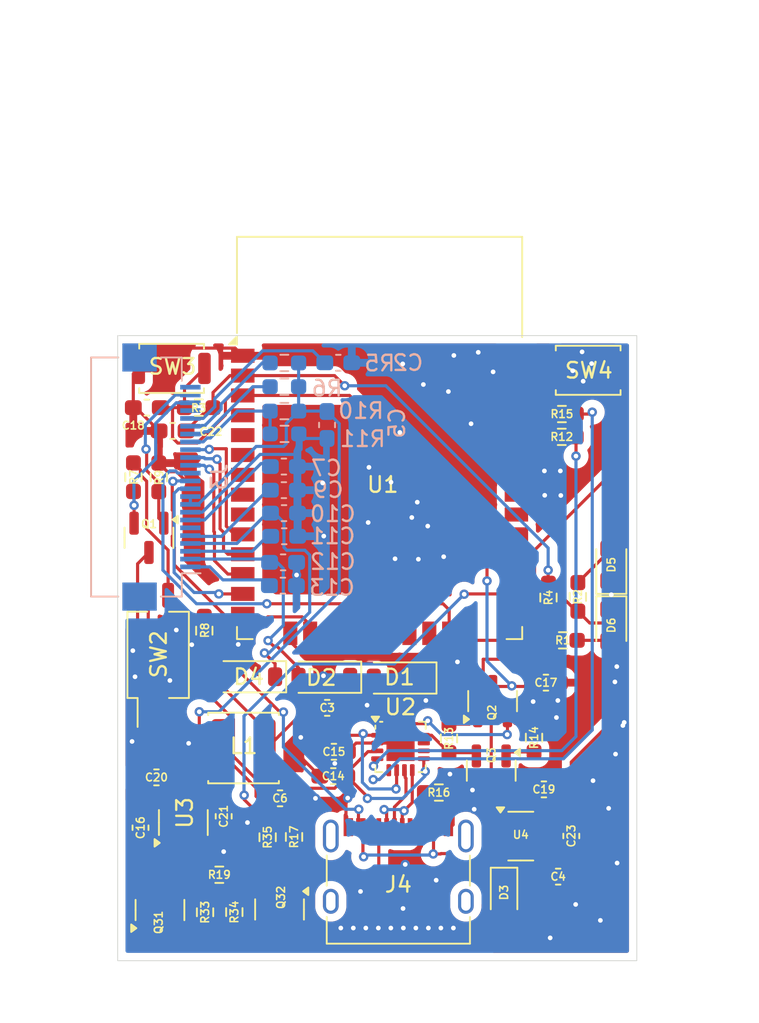
<source format=kicad_pcb>
(kicad_pcb (version 20241229) (generator "pcbnew") (generator_version "9.0")
  (layers (0 "F.Cu" signal) (2 "B.Cu" signal) (13 "F.Paste" user) (15 "B.Paste" user) (5 "F.SilkS" user "F.Silkscreen") (7 "B.SilkS" user "B.Silkscreen") (1 "F.Mask" user) (3 "B.Mask" user) (25 "Edge.Cuts" user))
  (net 0 "")
  (net 1 "GND")
  (net 2 "Net-(D1-A)")
  (net 3 "Net-(D4-A)")
  (net 4 "/VDD5V")
  (net 5 "/EPD 3.3V")
  (net 6 "/PREVGH")
  (net 7 "/PREVGL")
  (net 8 "/VDD_CH343")
  (net 9 "/3V3")
  (net 10 "/VDD5V'")
  (net 11 "/#EN")
  (net 12 "/IO0")
  (net 13 "Net-(U3-BP)")
  (net 14 "/VDD33")
  (net 15 "/VDDUSB")
  (net 16 "Net-(D5-A)")
  (net 17 "Net-(D6-A)")
  (net 18 "/IO14")
  (net 19 "/IO32")
  (net 20 "/IO26")
  (net 21 "/SVN")
  (net 22 "/IO12")
  (net 23 "/IO25")
  (net 24 "/SVP")
  (net 25 "/IO33")
  (net 26 "/IO27")
  (net 27 "/IO13")
  (net 28 "/IO35")
  (net 29 "/IO34")
  (net 30 "/RX")
  (net 31 "/IO4")
  (net 32 "/IO19")
  (net 33 "/IO23")
  (net 34 "/IO16")
  (net 35 "/TX")
  (net 36 "/IO5")
  (net 37 "/IO17")
  (net 38 "/IO21")
  (net 39 "/IO22")
  (net 40 "/IO18")
  (net 41 "/IO2")
  (net 42 "/IO15")
  (net 43 "/RESE")
  (net 44 "/BS")
  (net 45 "/GDR")
  (net 46 "/TSCL")
  (net 47 "/TSDA")
  (net 48 "/DM-C")
  (net 49 "/DP-C")
  (net 50 "Net-(Q2-B)")
  (net 51 "/RTS")
  (net 52 "/DTR")
  (net 53 "/RESE'")
  (net 54 "Net-(U2-TXD)")
  (net 55 "Net-(U2-RXD)")
  (net 69 "Net-(J3-Pin_5)")
  (net 70 "Net-(J3-Pin_18)")
  (net 71 "Net-(J3-Pin_20)")
  (net 72 "Net-(J3-Pin_22)")
  (net 73 "Net-(J3-Pin_24)")
  (net 78 "Net-(J4-CC1)")
  (net 79 "Net-(J4-CC2)")
  (net 82 "Net-(Q31-G)")
  (net 83 "Net-(Q3-B)")
  (net 84 "Net-(Q32-B)")
  (footprint "Resistor_SMD:R_0603_1608Metric_Pad0.98x0.95mm_HandSolder" (layer "F.Cu") (at 127.15 65.6)
    (property "Reference" "R19")
    (property "Value" "10K")
  )
  (footprint "Capacitor_SMD:C_0603_1608Metric_Pad1.08x0.95mm_HandSolder" (layer "F.Cu") (at 131.0325 60.71)
    (property "Reference" "C6")
    (property "Value" "4.7uF")
  )
  (footprint "Resistor_SMD:R_0603_1608Metric_Pad0.98x0.95mm_HandSolder" (layer "F.Cu") (at 128.11 67.99 -90)
    (property "Reference" "R34")
    (property "Value" "100K")
  )
  (footprint "Resistor_SMD:R_0603_1608Metric_Pad0.98x0.95mm_HandSolder" (layer "F.Cu") (at 126.19 49.98 -90)
    (property "Reference" "R8")
    (property "Value" "10K")
  )
  (footprint "Capacitor_SMD:C_0603_1608Metric_Pad1.08x0.95mm_HandSolder" (layer "F.Cu") (at 148.82 65.72 180)
    (property "Reference" "C4")
    (property "Value" "10uF")
  )
  (footprint "Capacitor_SMD:C_0603_1608Metric_Pad1.08x0.95mm_HandSolder" (layer "F.Cu") (at 122.11 62.59 -90)
    (property "Reference" "C16")
    (property "Value" "1UF")
  )
  (footprint "Package_TO_SOT_SMD:SOT-23" (layer "F.Cu") (at 122.65 44.04 -90)
    (property "Reference" "Q1")
    (property "Value" "BSS138LT1G")
  )
  (footprint "Capacitor_SMD:C_0603_1608Metric_Pad1.08x0.95mm_HandSolder" (layer "F.Cu") (at 124.16 37.2)
    (property "Reference" "C22")
    (property "Value" "47uF")
  )
  (footprint "Capacitor_SMD:C_0603_1608Metric_Pad1.08x0.95mm_HandSolder" (layer "F.Cu") (at 134.05 54.92 180)
    (property "Reference" "C3")
    (property "Value" "C_Small")
  )
  (footprint "Capacitor_SMD:C_0603_1608Metric_Pad1.08x0.95mm_HandSolder" (layer "F.Cu") (at 123.13 59.37)
    (property "Reference" "C20")
    (property "Value" "10uF")
  )
  (footprint "Package_TO_SOT_SMD:SOT-23" (layer "F.Cu") (at 131.0025 67.82 -90)
    (property "Reference" "Q32")
    (property "Value" "SS8050")
  )
  (footprint "Resistor_SMD:R_0603_1608Metric_Pad0.98x0.95mm_HandSolder" (layer "F.Cu") (at 123.28 40.17 90)
    (property "Reference" "R9")
    (property "Value" "10K")
  )
  (footprint "Resistor_SMD:R_0603_1608Metric_Pad0.98x0.95mm_HandSolder" (layer "F.Cu") (at 141.19 60.34 180)
    (property "Reference" "R16")
    (property "Value" "5.1K")
  )
  (footprint "RF_Module:ESP32-WROOM-32D" (layer "F.Cu") (at 137.4 40.64)
    (property "Reference" "U1")
    (property "Value" "ESP32-WROOM-32E")
  )
  (footprint "Capacitor_SMD:C_0603_1608Metric_Pad1.08x0.95mm_HandSolder" (layer "F.Cu") (at 134.44 59.29 180)
    (property "Reference" "C14")
    (property "Value" "10uF")
  )
  (footprint "Resistor_SMD:R_0603_1608Metric_Pad0.98x0.95mm_HandSolder" (layer "F.Cu") (at 150.08 47.82 90)
    (property "Reference" "R2")
    (property "Value" "2.2k")
  )
  (footprint "Resistor_SMD:R_0603_1608Metric_Pad0.98x0.95mm_HandSolder" (layer "F.Cu") (at 148.2 47.8625 -90)
    (property "Reference" "R4")
    (property "Value" "10K")
  )
  (footprint "Button_Switch_SMD:SW_DIP_SPSTx02_Slide_Copal_CHS-02B_W7.62mm_P1.27mm" (layer "F.Cu") (at 123.24 51.53 90)
    (property "Reference" "SW2")
    (property "Value" "SW_Push_Dual_x2")
  )
  (footprint "Diode_SMD:D_SOD-123" (layer "F.Cu") (at 133.8675 52.96 180)
    (property "Reference" "D2")
    (property "Value" "MBR0530")
  )
  (footprint "Package_TO_SOT_SMD:SOT-23-5" (layer "F.Cu") (at 124.85 62.26 90)
    (property "Reference" "U3")
    (property "Value" "RT9193-33")
  )
  (footprint "Capacitor_SMD:C_0603_1608Metric_Pad1.08x0.95mm_HandSolder" (layer "F.Cu") (at 149.66 63.12 90)
    (property "Reference" "C23")
    (property "Value" "10uF")
  )
  (footprint "Capacitor_SMD:C_0603_1608Metric_Pad1.08x0.95mm_HandSolder" (layer "F.Cu") (at 134.48 57.73)
    (property "Reference" "C15")
    (property "Value" "1uF")
  )
  (footprint "Button_Switch_SMD:SW_Push_SPST_NO_Alps_SKRK" (layer "F.Cu") (at 124.1 33.2 180)
    (property "Reference" "SW3")
    (property "Value" "SW_Push")
  )
  (footprint "Resistor_SMD:R_0603_1608Metric_Pad0.98x0.95mm_HandSolder" (layer "F.Cu") (at 131.93 63.18 -90)
    (property "Reference" "R17")
    (property "Value" "5.1K")
  )
  (footprint "Resistor_SMD:R_0603_1608Metric_Pad0.98x0.95mm_HandSolder" (layer "F.Cu") (at 149.12 50.6)
    (property "Reference" "R1")
    (property "Value" "1k")
  )
  (footprint "Package_DFN_QFN:WCH_QFN-16-1EP_3x3mm_P0.5mm_EP1.8x1.8mm" (layer "F.Cu") (at 138.74 57.4225)
    (property "Reference" "U2")
    (property "Value" "CH343P")
  )
  (footprint "Diode_SMD:D_SOD-123" (layer "F.Cu") (at 138.68 53.01 180)
    (property "Reference" "D1")
    (property "Value" "MBR0530")
  )
  (footprint "Resistor_SMD:R_0603_1608Metric_Pad0.98x0.95mm_HandSolder" (layer "F.Cu") (at 149.06 36.12 180)
    (property "Reference" "R15")
    (property "Value" "0R")
  )
  (footprint "Package_TO_SOT_SMD:SOT-23" (layer "F.Cu") (at 144.54 58.9375 -90)
    (property "Reference" "Q3")
    (property "Value" "SS8050")
  )
  (footprint "Package_TO_SOT_SMD:SOT-23" (layer "F.Cu") (at 144.6275 54.49 90)
    (property "Reference" "Q2")
    (property "Value" "SS8050")
  )
  (footprint "Capacitor_SMD:C_0603_1608Metric_Pad1.08x0.95mm_HandSolder" (layer "F.Cu") (at 148.0375 53.3075)
    (property "Reference" "C17")
    (property "Value" "4.7uf")
  )
  (footprint "Capacitor_SMD:C_0603_1608Metric_Pad1.08x0.95mm_HandSolder" (layer "F.Cu") (at 122.5125 35.71)
    (property "Reference" "C18")
    (property "Value" "104")
  )
  (footprint "Diode_SMD:D_SOD-123" (layer "F.Cu") (at 129.0675 52.93 180)
    (property "Reference" "D4")
    (property "Value" "MBR0530")
  )
  (footprint "Capacitor_SMD:C_0603_1608Metric_Pad1.08x0.95mm_HandSolder" (layer "F.Cu") (at 127.43 61.86 90)
    (property "Reference" "C21")
    (property "Value" "22nF")
  )
  (footprint "Resistor_SMD:R_0603_1608Metric_Pad0.98x0.95mm_HandSolder" (layer "F.Cu") (at 126.24 68 -90)
    (property "Reference" "R33")
    (property "Value" "100K")
  )
  (footprint "Resistor_SMD:R_0603_1608Metric_Pad0.98x0.95mm_HandSolder" (layer "F.Cu") (at 149.05 37.58 180)
    (property "Reference" "R12")
    (property "Value" "0R")
  )
  (footprint "Resistor_SMD:R_0603_1608Metric_Pad0.98x0.95mm_HandSolder" (layer "F.Cu") (at 141.8375 56.8775 -90)
    (property "Reference" "R13")
    (property "Value" "10K")
  )
  (footprint "LED_SMD:LED_0805_2012Metric_Pad1.15x1.40mm_HandSolder" (layer "F.Cu") (at 152.22 49.64 -90)
    (property "Reference" "D6")
    (property "Value" "LED")
  )
  (footprint "Package_TO_SOT_SMD:SOT-23-5" (layer "F.Cu") (at 146.43 63.1275)
    (property "Reference" "U4")
    (property "Value" "ME6217C33M5G")
  )
  (footprint "Inductor_SMD:L_Changjiang_FNR4020S" (layer "F.Cu") (at 128.7 57.49)
    (property "Reference" "L1")
    (property "Value" "10uH")
  )
  (footprint "Resistor_SMD:R_0603_1608Metric_Pad0.98x0.95mm_HandSolder" (layer "F.Cu") (at 130.24 63.2 90)
    (property "Reference" "R35")
    (property "Value" "NC")
  )
  (footprint "Connector_USB:USB_C_Receptacle_XKB_U262-16XN-4BVC11" (layer "F.Cu") (at 138.6 66.225)
    (property "Reference" "J4")
    (property "Value" "USB_C_Receptacle_USB2.0_16P")
  )
  (footprint "LED_SMD:LED_0805_2012Metric_Pad1.15x1.40mm_HandSolder" (layer "F.Cu") (at 152.22 45.7675 90)
    (property "Reference" "D5")
    (property "Value" "LED")
  )
  (footprint "Resistor_SMD:R_0603_1608Metric_Pad0.98x0.95mm_HandSolder" (layer "F.Cu") (at 147.2775 56.8275 90)
    (property "Reference" "R14")
    (property "Value" "10K")
  )
  (footprint "Capacitor_SMD:C_0603_1608Metric_Pad1.08x0.95mm_HandSolder" (layer "F.Cu") (at 147.9075 60.1375)
    (property "Reference" "C19")
    (property "Value" "4.7uF")
  )
  (footprint "Button_Switch_SMD:SW_Push_SPST_NO_Alps_SKRK" (layer "F.Cu") (at 150.74 33.32 180)
    (property "Reference" "SW4")
    (property "Value" "SW_Push")
  )
  (footprint "Diode_SMD:D_SOD-323" (layer "F.Cu") (at 145.36 66.76 -90)
    (property "Reference" "D3")
    (property "Value" "1N5819WS")
  )
  (footprint "Resistor_SMD:R_0603_1608Metric_Pad0.98x0.95mm_HandSolder" (layer "F.Cu") (at 121.66 40.16 90)
    (property "Reference" "R7")
    (property "Value" "0.47R")
  )
  (footprint "Resistor_SMD:R_0603_1608Metric_Pad0.98x0.95mm_HandSolder" (layer "F.Cu") (at 125.8375 35.71 180)
    (property "Reference" "R3")
    (property "Value" "10K")
  )
  (footprint "Package_TO_SOT_SMD:SOT-23" (layer "F.Cu") (at 123.355 67.8575 90)
    (property "Reference" "Q31")
    (property "Value" "SI2301CDS-T1-E3")
  )
  (footprint "Resistor_SMD:R_0603_1608Metric_Pad0.98x0.95mm_HandSolder" (layer "B.Cu") (at 131.31 32.85)
    (property "Reference" "R5")
    (property "Value" "10K")
  )
  (footprint "Capacitor_SMD:C_0603_1608Metric_Pad1.08x0.95mm_HandSolder" (layer "B.Cu") (at 131.28 40.99 180)
    (property "Reference" "C9")
    (property "Value" "1UF")
  )
  (footprint "Capacitor_SMD:C_0603_1608Metric_Pad1.08x0.95mm_HandSolder" (layer "B.Cu") (at 131.29 42.46 180)
    (property "Reference" "C10")
    (property "Value" "1UF")
  )
  (footprint "Capacitor_SMD:C_0603_1608Metric_Pad1.08x0.95mm_HandSolder" (layer "B.Cu") (at 131.28 39.48 180)
    (property "Reference" "C7")
    (property "Value" "1UF")
  )
  (footprint "Capacitor_SMD:C_0603_1608Metric_Pad1.08x0.95mm_HandSolder" (layer "B.Cu") (at 131.2175 47.1 180)
    (property "Reference" "C13")
    (property "Value" "1UF")
  )
  (footprint "Connector_FFC-FPC:Hirose_FH12-24S-0.5SH_1x24-1MP_P0.50mm_Horizontal" (layer "B.Cu") (at 123.45 40.15 90)
    (property "Reference" "J3")
    (property "Value" "Conn_01x24")
  )
  (footprint "Resistor_SMD:R_0603_1608Metric_Pad0.98x0.95mm_HandSolder" (layer "B.Cu") (at 131.31 34.37)
    (property "Reference" "R6")
    (property "Value" "10K")
  )
  (footprint "Resistor_SMD:R_0603_1608Metric_Pad0.98x0.95mm_HandSolder" (layer "B.Cu") (at 131.32 37.39 180)
    (property "Reference" "R11")
    (property "Value" "0r")
  )
  (footprint "Capacitor_SMD:C_0603_1608Metric_Pad1.08x0.95mm_HandSolder" (layer "B.Cu") (at 134.76 32.84 180)
    (property "Reference" "C2")
    (property "Value" "1UF")
  )
  (footprint "Capacitor_SMD:C_0603_1608Metric_Pad1.08x0.95mm_HandSolder" (layer "B.Cu") (at 131.3 43.94 180)
    (property "Reference" "C11")
    (property "Value" "1UF")
  )
  (footprint "Resistor_SMD:R_0603_1608Metric_Pad0.98x0.95mm_HandSolder" (layer "B.Cu") (at 131.31 35.93)
    (property "Reference" "R10")
    (property "Value" "NC")
  )
  (footprint "Capacitor_SMD:C_0603_1608Metric_Pad1.08x0.95mm_HandSolder" (layer "B.Cu") (at 134.04 36.82 90)
    (property "Reference" "C5")
    (property "Value" "1UF")
  )
  (footprint "Capacitor_SMD:C_0603_1608Metric_Pad1.08x0.95mm_HandSolder" (layer "B.Cu") (at 131.23 45.61 180)
    (property "Reference" "C12")
    (property "Value" "1UF")
  )
  (gr_rect (start 120.65 31.1) (end 153.85 71.1) (stroke (width 0.05)) (fill no) (layer "Edge.Cuts"))
  (segment (start 133.5775 59.29) (end 132.36 58.0725) (width 0.2) (layer "F.Cu") (net 1))
  (segment (start 124.85 62.166) (end 124.77 62.086) (width 0.2) (layer "F.Cu") (net 1))
  (segment (start 133.7825 59.29) (end 134.535385 58.537115) (width 0.2) (layer "F.Cu") (net 1))
  (segment (start 143.45 61.41) (end 147.030532 61.41) (width 0.2) (layer "F.Cu") (net 1))
  (segment (start 135.3425 57.73) (end 134.63 58.4425) (width 0.2) (layer "F.Cu") (net 1))
  (segment (start 147.59 32.39) (end 148.5 33.3) (width 0.2) (layer "F.Cu") (net 1))
  (segment (start 148.805 63.1275) (end 146.4 63.1275) (width 0.2) (layer "F.Cu") (net 1))
  (segment (start 123.8325 39.81) (end 124.414733 39.81) (width 0.2) (layer "F.Cu") (net 1))
  (segment (start 131.895 60.71) (end 133.3 60.71) (width 0.2) (layer "F.Cu") (net 1))
  (segment (start 135.345002 60.71) (end 135.361766 60.693236) (width 0.2) (layer "F.Cu") (net 1))
  (segment (start 147.030532 61.41) (end 147.135266 61.305266) (width 0.2) (layer "F.Cu") (net 1))
  (segment (start 125.36 40.755267) (end 125.36 42.41) (width 0.2) (layer "F.Cu") (net 1))
  (segment (start 152.22 47.68) (end 152.22 46.7925) (width 0.2) (layer "F.Cu") (net 1))
  (segment (start 147.8875 61.02) (end 147.420532 61.02) (width 0.2) (layer "F.Cu") (net 1))
  (segment (start 127.274 64.276) (end 127.43 64.12) (width 0.2) (layer "F.Cu") (net 1))
  (segment (start 135.9 57.1725) (end 135.3425 57.73) (width 0.2) (layer "F.Cu") (net 1))
  (segment (start 138.49 57.1725) (end 137.2525 57.1725) (width 0.2) (layer "F.Cu") (net 1))
  (segment (start 133.3 60.71) (end 135.345002 60.71) (width 0.2) (layer "F.Cu") (net 1))
  (segment (start 127.274 68.0665) (end 127.274 64.276) (width 0.2) (layer "F.Cu") (net 1))
  (segment (start 121.8075 35.71) (end 123.2975 37.2) (width 0.2) (layer "F.Cu") (net 1))
  (segment (start 131.895 60.71) (end 131.895 62.2325) (width 0.2) (layer "F.Cu") (net 1))
  (segment (start 142.1025 61.41) (end 142.1025 62.4025) (width 0.2) (layer "F.Cu") (net 1))
  (segment (start 142.1025 61.41) (end 143.45 61.41) (width 0.2) (layer "F.Cu") (net 1))
  (segment (start 122.4685 62.086) (end 124.77 62.086) (width 0.2) (layer "F.Cu") (net 1))
  (segment (start 122.11 61.7275) (end 122.4685 62.086) (width 0.2) (layer "F.Cu") (net 1))
  (segment (start 149.66 63.9825) (end 148.805 63.1275) (width 0.2) (layer "F.Cu") (net 1))
  (segment (start 122 33.2) (end 123.301 31.899) (width 0.2) (layer "F.Cu") (net 1))
  (segment (start 132.0925 46.42) (end 132.1425 46.37) (width 0.2) (layer "F.Cu") (net 1))
  (segment (start 147.420532 61.02) (end 147.135266 61.305266) (width 0.2) (layer "F.Cu") (net 1))
  (segment (start 132.0925 46.42) (end 132.1725 46.34) (width 0.2) (layer "F.Cu") (net 1))
  (segment (start 123.301 31.899) (end 128.159 31.899) (width 0.2) (layer "F.Cu") (net 1))
  (segment (start 122.11 61.7275) (end 122.11 59.5275) (width 0.2) (layer "F.Cu") (net 1))
  (segment (start 123.28 39.2575) (end 123.8325 39.81) (width 0.2) (layer "F.Cu") (net 1))
  (segment (start 134.63 58.4425) (end 134.571105 58.4425) (width 0.2) (layer "F.Cu") (net 1))
  (segment (start 152.22 48.615) (end 152.22 47.68) (width 0.2) (layer "F.Cu") (net 1))
  (segment (start 128.11 68.825) (end 130.0525 66.8825) (width 0.2) (layer "F.Cu") (net 1))
  (segment (start 124.77 62.086) (end 126.7935 62.086) (width 0.2) (layer "F.Cu") (net 1))
  (segment (start 121.65 33.55) (end 122 33.2) (width 0.2) (layer "F.Cu") (net 1))
  (segment (start 130.8735 63.324) (end 131.93 62.2675) (width 0.2) (layer "F.Cu") (net 1))
  (segment (start 134.535385 58.537115) (end 134.535385 58.47822) (width 0.2) (layer "F.Cu") (net 1))
  (segment (start 148.77 60.1375) (end 147.8875 61.02) (width 0.2) (layer "F.Cu") (net 1))
  (segment (start 126.7935 62.086) (end 127.43 62.7225) (width 0.2) (layer "F.Cu") (net 1))
  (segment (start 132.36 58.0725) (end 132.36 56.81) (width 0.2) (layer "F.Cu") (net 1))
  (segment (start 128.159 31.899) (end 128.65 32.39) (width 0.2) (layer "F.Cu") (net 1))
  (segment (start 137.2525 57.1725) (end 135.9 57.1725) (width 0.2) (layer "F.Cu") (net 1))
  (segment (start 128.11 68.9025) (end 127.274 68.0665) (width 0.2) (layer "F.Cu") (net 1))
  (segment (start 123.28 39.2575) (end 123.28 37.2175) (width 0.2) (layer "F.Cu") (net 1))
  (segment (start 128.0315 63.324) (end 130.8735 63.324) (width 0.2) (layer "F.Cu") (net 1))
  (segment (start 142.1025 60.34) (end 142.1025 61.41) (width 0.2) (layer "F.Cu") (net 1))
  (segment (start 146.4 62.040532) (end 146.4 63.1275) (width 0.2) (layer "F.Cu") (net 1))
  (segment (start 146.15 32.39) (end 147.59 32.39) (width 0.2) (layer "F.Cu") (net 1))
  (segment (start 127.43 62.7225) (end 128.0315 63.324) (width 0.2) (layer "F.Cu") (net 1))
  (segment (start 133.067 52.059) (end 139.379 52.059) (width 0.2) (layer "F.Cu") (net 1))
  (segment (start 149.66 63.9825) (end 149.66 65.6975) (width 0.2) (layer "F.Cu") (net 1))
  (segment (start 124.85 63.3975) (end 124.85 62.166) (width 0.2) (layer "F.Cu") (net 1))
  (segment (start 126.47 50.88) (end 125.39 50.88) (width 0.2) (layer "F.Cu") (net 1))
  (segment (start 134.571105 58.4425) (end 134.535385 58.47822) (width 0.2) (layer "F.Cu") (net 1))
  (segment (start 131.69 50.682) (end 133.067 52.059) (width 0.2) (layer "F.Cu") (net 1))
  (segment (start 147.135266 61.305266) (end 146.4 62.040532) (width 0.2) (layer "F.Cu") (net 1))
  (segment (start 135.25 60.805002) (end 135.361766 60.693236) (width 0.2) (layer "F.Cu") (net 1))
  (segment (start 146.4 63.1275) (end 145.2925 63.1275) (width 0.2) (layer "F.Cu") (net 1))
  (segment (start 142.1025 62.4025) (end 141.95 62.555) (width 0.2) (layer "F.Cu") (net 1))
  (segment (start 139.379 52.059) (end 140.33 53.01) (width 0.2) (layer "F.Cu") (net 1))
  (segment (start 135.25 62.555) (end 135.25 60.805002) (width 0.2) (layer "F.Cu") (net 1))
  (segment (start 121.65 35.71) (end 121.65 33.55) (width 0.2) (layer "F.Cu") (net 1))
  (segment (start 124.414733 39.81) (end 125.36 40.755267) (width 0.2) (layer "F.Cu") (net 1))
  (via (at 149.94 67.5) (size 0.6) (drill 0.3) (layers "F.Cu" "B.Cu") (net 1))
  (via (at 133.76 40.53) (size 0.6) (drill 0.3) (layers "F.Cu" "B.Cu") (net 1))
  (via (at 136.72 39.53) (size 0.6) (drill 0.3) (layers "F.Cu" "B.Cu") (net 1))
  (via (at 142.38 51.98) (size 0.6) (drill 0.3) (layers "F.Cu" "B.Cu") (net 1))
  (via (at 143.25 36.74) (size 0.6) (drill 0.3) (layers "F.Cu" "B.Cu") (net 1))
  (via (at 138.12 69.01) (size 0.6) (drill 0.3) (layers "F.Cu" "B.Cu") (net 1))
  (via (at 150.42 34.02) (size 0.6) (drill 0.3) (layers "F.Cu" "B.Cu") (net 1))
  (via (at 140.2 34.23) (size 0.6) (drill 0.3) (layers "F.Cu" "B.Cu") (net 1))
  (via (at 136.52 69.01) (size 0.6) (drill 0.3) (layers "F.Cu" "B.Cu") (net 1))
  (via (at 143.45 61.41) (size 0.6) (drill 0.3) (layers "F.Cu" "B.Cu") (net 1))
  (via (at 138.13 40.48) (size 0.6) (drill 0.3) (layers "F.Cu" "B.Cu") (net 1))
  (via (at 136.18 66.67) (size 0.6) (drill 0.3) (layers "F.Cu" "B.Cu") (net 1))
  (via (at 141.02 65.95) (size 0.6) (drill 0.3) (layers "F.Cu" "B.Cu") (net 1))
  (via (at 140.52 69.01) (size 0.6) (drill 0.3) (layers "F.Cu" "B.Cu") (net 1))
  (via (at 142.12 69.01) (size 0.6) (drill 0.3) (layers "F.Cu" "B.Cu") (net 1))
  (via (at 153.043558 55.853558) (size 0.6) (drill 0.3) (layers "F.Cu" "B.Cu") (net 1))
  (via (at 125.19 57.19) (size 0.6) (drill 0.3) (layers "F.Cu" "B.Cu") (net 1))
  (via (at 134.535385 58.47822) (size 0.6) (drill 0.3) (layers "F.Cu" "B.Cu") (net 1))
  (via (at 152.57 52.28) (size 0.6) (drill 0.3) (layers "F.Cu" "B.Cu") (net 1))
  (via (at 134.92 69.01) (size 0.6) (drill 0.3) (layers "F.Cu" "B.Cu") (net 1))
  (via (at 139.81 41.76) (size 0.6) (drill 0.3) (layers "F.Cu" "B.Cu") (net 1))
  (via (at 152.22 47.68) (size 0.6) (drill 0.3) (layers "F.Cu" "B.Cu") (net 1))
  (via (at 128.36 50.86) (size 0.6) (drill 0.3) (layers "F.Cu" "B.Cu") (net 1))
  (via (at 125.39 50.88) (size 0.6) (drill 0.3) (layers "F.Cu" "B.Cu") (net 1))
  (via (at 143.71 32.17) (size 0.6) (drill 0.3) (layers "F.Cu" "B.Cu") (net 1))
  (via (at 151.05 59.58) (size 0.6) (drill 0.3) (layers "F.Cu" "B.Cu") (net 1))
  (via (at 133.81 52.87) (size 0.6) (drill 0.3) (layers "F.Cu" "B.Cu") (net 1))
  (via (at 147.22 54.52) (size 0.6) (drill 0.3) (layers "F.Cu" "B.Cu") (net 1))
  (via (at 135.72 69.01) (size 0.6) (drill 0.3) (layers "F.Cu" "B.Cu") (net 1))
  (via (at 135.361766 60.693236) (size 0.6) (drill 0.3) (layers "F.Cu" "B.Cu") (net 1))
  (via (at 147.96 41.32) (size 0.6) (drill 0.3) (layers "F.Cu" "B.Cu") (net 1))
  (via (at 123.99 53.17) (size 0.6) (drill 0.3) (layers "F.Cu" "B.Cu") (net 1))
  (via (at 132.0925 46.42) (size 0.6) (drill 0.3) (layers "F.Cu" "B.Cu") (net 1))
  (via (at 147.94 39.76) (size 0.6) (drill 0.3) (layers "F.Cu" "B.Cu") (net 1))
  (via (at 152.96 56.05) (size 0.6) (drill 0.3) (layers "F.Cu" "B.Cu") (net 1))
  (via (at 140.48 43.29) (size 0.6) (drill 0.3) (layers "F.Cu" "B.Cu") (net 1))
  (via (at 132.36 56.81) (size 0.6) (drill 0.3) (layers "F.Cu" "B.Cu") (net 1))
  (via (at 144.66 33.42) (size 0.6) (drill 0.3) (layers "F.Cu" "B.Cu") (net 1))
  (via (at 138.9 67.76) (size 0.6) (drill 0.3) (layers "F.Cu" "B.Cu") (net 1))
  (via (at 121.62 51.26) (size 0.6) (drill 0.3) (layers "F.Cu" "B.Cu") (net 1))
  (via (at 148.71 55.54) (size 0.6) (drill 0.3) (layers "F.Cu" "B.Cu") (net 1))
  (via (at 148.96 39.76) (size 0.6) (drill 0.3) (layers "F.Cu" "B.Cu") (net 1))
  (via (at 137.32 69.01) (size 0.6) (drill 0.3) (layers "F.Cu" "B.Cu") (net 1))
  (via (at 128.95 62.26) (size 0.6) (drill 0.3) (layers "F.Cu" "B.Cu") (net 1))
  (via (at 127.43 64.12) (size 0.6) (drill 0.3) (layers "F.Cu" "B.Cu") (net 1))
  (via (at 136.6 54.75) (size 0.6) (drill 0.3) (layers "F.Cu" "B.Cu") (net 1))
  (via (at 141.5 45.25) (size 0.6) (drill 0.3) (layers "F.Cu" "B.Cu") (net 1))
  (via (at 124.4 49.94) (size 0.6) (drill 0.3) (layers "F.Cu" "B.Cu") (net 1))
  (via (at 141.8 34.68) (size 0.6) (drill 0.3) (layers "F.Cu" "B.Cu") (net 1))
  (via (at 143.34 60.18) (size 0.6) (drill 0.3) (layers "F.Cu" "B.Cu") (net 1))
  (via (at 121.57 57.07) (size 0.6) (drill 0.3) (layers "F.Cu" "B.Cu") (net 1))
  (via (at 150.96 32.89) (size 0.6) (drill 0.3) (layers "F.Cu" "B.Cu") (net 1))
  (via (at 138.88 32.91) (size 0.6) (drill 0.3) (layers "F.Cu" "B.Cu") (net 1))
  (via (at 148.99 41.33) (size 0.6) (drill 0.3) (layers "F.Cu" "B.Cu") (net 1))
  (via (at 139.88 45.41) (size 0.6) (drill 0.3) (layers "F.Cu" "B.Cu") (net 1))
  (via (at 141.9 59.16) (size 0.6) (drill 0.3) (layers "F.Cu" "B.Cu") (net 1))
  (via (at 138.39 45.38) (size 0.6) (drill 0.3) (layers "F.Cu" "B.Cu") (net 1))
  (via (at 152.59 64.85) (size 0.6) (drill 0.3) (layers "F.Cu" "B.Cu") (net 1))
  (via (at 133.83 43.93) (size 0.6) (drill 0.3) (layers "F.Cu" "B.Cu") (net 1))
  (via (at 148.8 54.45) (size 0.6) (drill 0.3) (layers "F.Cu" "B.Cu") (net 1))
  (via (at 138.694265 37.295735) (size 0.6) (drill 0.3) (layers "F.Cu" "B.Cu") (net 1))
  (via (at 139.46 42.74) (size 0.6) (drill 0.3) (layers "F.Cu" "B.Cu") (net 1))
  (via (at 148.31 69.64) (size 0.6) (drill 0.3) (layers "F.Cu" "B.Cu") (net 1))
  (via (at 152.05 61.35) (size 0.6) (drill 0.3) (layers "F.Cu" "B.Cu") (net 1))
  (via (at 152.45 53.26) (size 0.6) (drill 0.3) (layers "F.Cu" "B.Cu") (net 1))
  (via (at 142.15 32.37) (size 0.6) (drill 0.3) (layers "F.Cu" "B.Cu") (net 1))
  (via (at 150.35 32.14) (size 0.6) (drill 0.3) (layers "F.Cu" "B.Cu") (net 1))
  (via (at 121.76 52.93) (size 0.6) (drill 0.3) (layers "F.Cu" "B.Cu") (net 1))
  (via (at 141.32 69.01) (size 0.6) (drill 0.3) (layers "F.Cu" "B.Cu") (net 1))
  (via (at 139.72 69.01) (size 0.6) (drill 0.3) (layers "F.Cu" "B.Cu") (net 1))
  (via (at 140.36 54.45) (size 0.6) (drill 0.3) (layers "F.Cu" "B.Cu") (net 1))
  (via (at 149.75 33.35) (size 0.6) (drill 0.3) (layers "F.Cu" "B.Cu") (net 1))
  (via (at 136.67 43.06) (size 0.6) (drill 0.3) (layers "F.Cu" "B.Cu") (net 1))
  (via (at 151.52 68.52) (size 0.6) (drill 0.3) (layers "F.Cu" "B.Cu") (net 1))
  (via (at 133.3 60.71) (size 0.6) (drill 0.3) (layers "F.Cu" "B.Cu") (net 1))
  (via (at 152.49 57.88) (size 0.6) (drill 0.3) (layers "F.Cu" "B.Cu") (net 1))
  (via (at 139.04 64.94) (size 0.6) (drill 0.3) (layers "F.Cu" "B.Cu") (net 1))
  (via (at 138.92 69.01) (size 0.6) (drill 0.3) (layers "F.Cu" "B.Cu") (net 1))
  (segment (start 131.9585 38.704) (end 129.756 38.704) (width 0.2) (layer "B.Cu") (net 1))
  (segment (start 132.0925 46.42) (end 132.0925 47.0875) (width 0.2) (layer "B.Cu") (net 1))
  (segment (start 132.0925 45.61) (end 132.0925 46.42) (width 0.2) (layer "B.Cu") (net 1))
  (segment (start 132.1725 43.71) (end 132.1725 38.49) (width 0.2) (layer "B.Cu") (net 1))
  (segment (start 132.1725 38.49) (end 132.1725 37.67) (width 0.2) (layer "B.Cu") (net 1))
  (segment (start 126.06 42.4) (end 125.3 42.4) (width 0.2) (layer "B.Cu") (net 1))
  (segment (start 129.756 38.704) (end 126.06 42.4) (width 0.2) (layer "B.Cu") (net 1))
  (segment (start 134.04 37.6825) (end 132.285 37.6825) (width 0.2) (layer "B.Cu") (net 1))
  (segment (start 132.1725 38.49) (end 131.9585 38.704) (width 0.2) (layer "B.Cu") (net 1))
  (segment (start 132.2225 46.68) (end 132.1725 46.73) (width 0.2) (layer "B.Cu") (net 1))
  (segment (start 134.9125 54.92) (end 134.9125 53.565) (width 0.2) (layer "F.Cu") (net 2))
  (segment (start 135.5175 52.96) (end 136.98 52.96) (width 0.2) (layer "F.Cu") (net 2))
  (segment (start 134.9125 53.565) (end 135.5175 52.96) (width 0.2) (layer "F.Cu") (net 2))
  (segment (start 125.31 52.93) (end 127.4175 52.93) (width 0.2) (layer "F.Cu") (net 3))
  (segment (start 121.924 45.7035) (end 121.924 49.544) (width 0.2) (layer "F.Cu") (net 3))
  (segment (start 127.4175 53.631814) (end 129.704 55.918314) (width 0.2) (layer "F.Cu") (net 3))
  (segment (start 129.704 56.994) (end 130.2 57.49) (width 0.2) (layer "F.Cu") (net 3))
  (segment (start 122.65 44.9775) (end 121.924 45.7035) (width 0.2) (layer "F.Cu") (net 3))
  (segment (start 129.704 55.918314) (end 129.704 56.994) (width 0.2) (layer "F.Cu") (net 3))
  (segment (start 130.2 57.49) (end 132.77 54.92) (width 0.2) (layer "F.Cu") (net 3))
  (segment (start 121.924 49.544) (end 125.31 52.93) (width 0.2) (layer "F.Cu") (net 3))
  (segment (start 127.4175 52.93) (end 127.4175 53.631814) (width 0.2) (layer "F.Cu") (net 3))
  (segment (start 144.329 62.478501) (end 144.630001 62.1775) (width 0.2) (layer "F.Cu") (net 4))
  (segment (start 123.355 69.625) (end 123.355 66.92) (width 0.2) (layer "F.Cu") (net 4))
  (segment (start 144.630001 62.1775) (end 145.2925 62.1775) (width 0.2) (layer "F.Cu") (net 4))
  (segment (start 147.9575 66.195) (end 144.0525 70.1) (width 0.2) (layer "F.Cu") (net 4))
  (segment (start 145.2925 64.0775) (end 145.2925 65.6425) (width 0.2) (layer "F.Cu") (net 4))
  (segment (start 144.0525 70.1) (end 123.83 70.1) (width 0.2) (layer "F.Cu") (net 4))
  (segment (start 145.2925 64.0775) (end 144.630001 64.0775) (width 0.2) (layer "F.Cu") (net 4))
  (segment (start 126.24 67.0875) (end 123.5225 67.0875) (width 0.2) (layer "F.Cu") (net 4))
  (segment (start 147.9575 65.72) (end 145.37 65.72) (width 0.2) (layer "F.Cu") (net 4))
  (segment (start 123.83 70.1) (end 123.355 69.625) (width 0.2) (layer "F.Cu") (net 4))
  (segment (start 144.329 63.776499) (end 144.329 62.478501) (width 0.2) (layer "F.Cu") (net 4))
  (segment (start 126.2375 65.6) (end 126.2375 67.085) (width 0.2) (layer "F.Cu") (net 4))
  (segment (start 144.630001 64.0775) (end 144.329 63.776499) (width 0.2) (layer "F.Cu") (net 4))
  (segment (start 147.9575 65.72) (end 147.9575 66.195) (width 0.2) (layer "F.Cu") (net 4))
  (segment (start 129.6325 60.71) (end 129.499154 60.576654) (width 0.2) (layer "F.Cu") (net 5))
  (segment (start 127.652 57.942) (end 127.2 57.49) (width 0.2) (layer "F.Cu") (net 5))
  (segment (start 129.499154 60.041) (end 127.652 58.193845) (width 0.2) (layer "F.Cu") (net 5))
  (segment (start 127.2 57.49) (end 125.32 59.37) (width 0.2) (layer "F.Cu") (net 5))
  (segment (start 130.17 60.71) (end 129.6325 60.71) (width 0.2) (layer "F.Cu") (net 5))
  (segment (start 129.499154 60.576654) (end 129.499154 60.041) (width 0.2) (layer "F.Cu") (net 5))
  (segment (start 127.652 58.193845) (end 127.652 57.942) (width 0.2) (layer "F.Cu") (net 5))
  (segment (start 123.9 61.1225) (end 123.9 59.4625) (width 0.2) (layer "F.Cu") (net 5))
  (segment (start 125.87 56.16) (end 125.87 55.17) (width 0.2) (layer "F.Cu") (net 5))
  (segment (start 125.32 59.37) (end 123.9925 59.37) (width 0.2) (layer "F.Cu") (net 5))
  (segment (start 127.2 57.49) (end 125.87 56.16) (width 0.2) (layer "F.Cu") (net 5))
  (via (at 125.87 55.17) (size 0.6) (drill 0.3) (layers "F.Cu" "B.Cu") (net 5))
  (segment (start 132.2225 35.93) (end 134.0125 35.93) (width 0.2) (layer "B.Cu") (net 5))
  (segment (start 132.2225 32.85) (end 132.2225 35.93) (width 0.2) (layer "B.Cu") (net 5))
  (segment (start 134.816 47.484) (end 127.13 55.17) (width 0.2) (layer "B.Cu") (net 5))
  (segment (start 125.3 41.9) (end 125.3 41.4) (width 0.2) (layer "B.Cu") (net 5))
  (segment (start 134.816 36.7335) (end 134.816 47.484) (width 0.2) (layer "B.Cu") (net 5))
  (segment (start 125.8 41.9) (end 129.51 38.19) (width 0.2) (layer "B.Cu") (net 5))
  (segment (start 134.04 35.9575) (end 134.816 36.7335) (width 0.2) (layer "B.Cu") (net 5))
  (segment (start 129.51 38.19) (end 131.26 38.19) (width 0.2) (layer "B.Cu") (net 5))
  (segment (start 131.434 36.7185) (end 132.2225 35.93) (width 0.2) (layer "B.Cu") (net 5))
  (segment (start 127.13 55.17) (end 125.87 55.17) (width 0.2) (layer "B.Cu") (net 5))
  (segment (start 131.434 38.016) (end 131.434 36.7185) (width 0.2) (layer "B.Cu") (net 5))
  (segment (start 131.26 38.19) (end 131.434 38.016) (width 0.2) (layer "B.Cu") (net 5))
  (segment (start 130.685235 52.043114) (end 130.668357 52.043114) (width 0.2) (layer "F.Cu") (net 6))
  (segment (start 130.7175 52.93) (end 130.7175 52.092257) (width 0.2) (layer "F.Cu") (net 6))
  (segment (start 130.7175 52.092257) (end 130.038357 51.413114) (width 0.2) (layer "F.Cu") (net 6))
  (segment (start 130.668357 52.043114) (end 130.038357 51.413114) (width 0.2) (layer "F.Cu") (net 6))
  (via (at 130.038357 51.413114) (size 0.6) (drill 0.3) (layers "F.Cu" "B.Cu") (net 6))
  (segment (start 131.286 44.656) (end 131.464 44.834) (width 0.2) (layer "B.Cu") (net 6))
  (segment (start 128.2775 44.4) (end 130.4475 42.23) (width 0.2) (layer "B.Cu") (net 6))
  (segment (start 132.931 45.142866) (end 132.931 48.803314) (width 0.2) (layer "B.Cu") (net 6))
  (segment (start 132.931 48.803314) (end 130.3212 51.413114) (width 0.2) (layer "B.Cu") (net 6))
  (segment (start 125.3 44.4) (end 128.2775 44.4) (width 0.2) (layer "B.Cu") (net 6))
  (segment (start 130.4475 42.23) (end 131.286 43.0685) (width 0.2) (layer "B.Cu") (net 6))
  (segment (start 132.622134 44.834) (end 132.931 45.142866) (width 0.2) (layer "B.Cu") (net 6))
  (segment (start 131.286 43.0685) (end 131.286 44.656) (width 0.2) (layer "B.Cu") (net 6))
  (segment (start 131.464 44.834) (end 132.622134 44.834) (width 0.2) (layer "B.Cu") (net 6))
  (segment (start 130.3212 51.413114) (end 130.038357 51.413114) (width 0.2) (layer "B.Cu") (net 6))
  (segment (start 130.825523 50.968023) (end 130.617762 50.968023) (width 0.2) (layer "F.Cu") (net 7))
  (segment (start 130.617762 50.968023) (end 130.267762 50.618023) (width 0.2) (layer "F.Cu") (net 7))
  (segment (start 132.2175 52.96) (end 132.2175 52.36) (width 0.2) (layer "F.Cu") (net 7))
  (segment (start 132.2175 52.36) (end 130.825523 50.968023) (width 0.2) (layer "F.Cu") (net 7))
  (via (at 130.267762 50.618023) (size 0.6) (drill 0.3) (layers "F.Cu" "B.Cu") (net 7))
  (segment (start 131.2415 49.644285) (end 130.267762 50.618023) (width 0.2) (layer "B.Cu") (net 7))
  (segment (start 130.6375 45.4) (end 131.2415 46.004) (width 0.2) (layer "B.Cu") (net 7))
  (segment (start 131.2415 46.004) (end 131.2415 49.644285) (width 0.2) (layer "B.Cu") (net 7))
  (segment (start 125.3 45.4) (end 130.6375 45.4) (width 0.2) (layer "B.Cu") (net 7))
  (segment (start 140.299378 58.966234) (end 140.320189 58.987045) (width 0.2) (layer "F.Cu") (net 8))
  (segment (start 136.622329 60.609829) (end 135.3025 59.29) (width 0.2) (layer "F.Cu") (net 8))
  (segment (start 140.2275 58.1725) (end 140.2275 58.894356) (width 0.2) (layer "F.Cu") (net 8))
  (segment (start 140.25 58.92) (end 140.296234 58.966234) (width 0.2) (layer "F.Cu") (net 8))
  (segment (start 136.622329 60.717909) (end 136.622329 60.609829) (width 0.2) (layer "F.Cu") (net 8))
  (segment (start 136.630359 60.533649) (end 136.630359 60.709879) (width 0.2) (layer "F.Cu") (net 8))
  (segment (start 123.476358 54.239) (end 126.63516 54.239) (width 0.2) (layer "F.Cu") (net 8))
  (segment (start 140.2275 58.894356) (end 140.320189 58.987045) (width 0.2) (layer "F.Cu") (net 8))
  (segment (start 137.2035 57.7215) (end 136.782176 57.7215) (width 0.2) (layer "F.Cu") (net 8))
  (segment (start 129.66484 59.641) (end 132.259 59.641) (width 0.2) (layer "F.Cu") (net 8))
  (segment (start 128.052 55.65584) (end 128.052 58.02816) (width 0.2) (layer "F.Cu") (net 8))
  (segment (start 128.052 58.02816) (end 129.66484 59.641) (width 0.2) (layer "F.Cu") (net 8))
  (segment (start 122.605 55.110358) (end 123.476358 54.239) (width 0.2) (layer "F.Cu") (net 8))
  (segment (start 132.684 60.066) (end 134.5265 60.066) (width 0.2) (layer "F.Cu") (net 8))
  (segment (start 136.670885 60.638673) (end 136.622329 60.687229) (width 0.2) (layer "F.Cu") (net 8))
  (segment (start 136.622329 60.687229) (end 136.622329 60.717909) (width 0.2) (layer "F.Cu") (net 8))
  (segment (start 132.259 59.641) (end 132.684 60.066) (width 0.2) (layer "F.Cu") (net 8))
  (segment (start 136.630359 60.709879) (end 136.622329 60.717909) (width 0.2) (layer "F.Cu") (net 8))
  (segment (start 136.656634 57.7215) (end 135.3025 59.075634) (width 0.2) (layer "F.Cu") (net 8))
  (segment (start 126.63516 54.239) (end 128.052 55.65584) (width 0.2) (layer "F.Cu") (net 8))
  (segment (start 134.5265 60.066) (end 135.3025 59.29) (width 0.2) (layer "F.Cu") (net 8))
  (segment (start 137.2035 57.7215) (end 136.656634 57.7215) (width 0.2) (layer "F.Cu") (net 8))
  (segment (start 140.296234 58.966234) (end 140.299378 58.966234) (width 0.2) (layer "F.Cu") (net 8))
  (via (at 136.622329 60.717909) (size 0.6) (drill 0.3) (layers "F.Cu" "B.Cu") (net 8))
  (via (at 140.320189 58.987045) (size 0.6) (drill 0.3) (layers "F.Cu" "B.Cu") (net 8))
  (segment (start 140.299378 59.290622) (end 140.299378 58.966234) (width 0.2) (layer "B.Cu") (net 8))
  (segment (start 136.622329 60.717909) (end 138.872091 60.717909) (width 0.2) (layer "B.Cu") (net 8))
  (segment (start 138.872091 60.717909) (end 140.299378 59.290622) (width 0.2) (layer "B.Cu") (net 8))
  (segment (start 140.299378 58.966234) (end 140.320189 58.987045) (width 0.2) (layer "B.Cu") (net 8))
  (segment (start 136.317492 56.67625) (end 136.35977 56.633972) (width 0.2) (layer "F.Cu") (net 9))
  (segment (start 137.2525 56.6725) (end 136.448668 56.6725) (width 0.2) (layer "F.Cu") (net 9))
  (segment (start 138.4 59.9) (end 138.4 60.06) (width 0.2) (layer "F.Cu") (net 9))
  (segment (start 136.35977 56.595505) (end 136.348668 56.584403) (width 0.2) (layer "F.Cu") (net 9))
  (segment (start 138.4 60.06) (end 138.45 60.11) (width 0.2) (layer "F.Cu") (net 9))
  (segment (start 136.348668 56.584403) (end 136.348668 56.5725) (width 0.2) (layer "F.Cu") (net 9))
  (segment (start 133.86105 57.48645) (end 134.67125 56.67625) (width 0.2) (layer "F.Cu") (net 9))
  (segment (start 138.49 58.91) (end 138.49 59.81) (width 0.2) (layer "F.Cu") (net 9))
  (segment (start 138.49 59.81) (end 138.4 59.9) (width 0.2) (layer "F.Cu") (net 9))
  (segment (start 134.67125 56.67625) (end 136.317492 56.67625) (width 0.2) (layer "F.Cu") (net 9))
  (segment (start 136.448668 56.6725) (end 136.348668 56.5725) (width 0.2) (layer "F.Cu") (net 9))
  (segment (start 136.35977 56.633972) (end 136.35977 56.595505) (width 0.2) (layer "F.Cu") (net 9))
  (via (at 136.348668 56.5725) (size 0.6) (drill 0.3) (layers "F.Cu" "B.Cu") (net 9))
  (via (at 138.45 60.11) (size 0.6) (drill 0.3) (layers "F.Cu" "B.Cu") (net 9))
  (segment (start 136.723781 60.11) (end 136.3 59.686219) (width 0.2) (layer "B.Cu") (net 9))
  (segment (start 136.3 56.67) (end 136.3 59.686219) (width 0.2) (layer "B.Cu") (net 9))
  (segment (start 138.45 60.11) (end 136.723781 60.11) (width 0.2) (layer "B.Cu") (net 9))
  (segment (start 123.9 63.3975) (end 123.9 64.059999) (width 0.2) (layer "F.Cu") (net 10))
  (segment (start 123.9 64.059999) (end 124.201001 64.361) (width 0.2) (layer "F.Cu") (net 10))
  (segment (start 122.405 68.795) (end 122.405 63.7475) (width 0.2) (layer "F.Cu") (net 10))
  (segment (start 125.498999 64.361) (end 125.8 64.059999) (width 0.2) (layer "F.Cu") (net 10))
  (segment (start 124.201001 64.361) (end 125.498999 64.361) (width 0.2) (layer "F.Cu") (net 10))
  (segment (start 122.11 63.4525) (end 123.845 63.4525) (width 0.2) (layer "F.Cu") (net 10))
  (segment (start 125.8 64.059999) (end 125.8 63.3975) (width 0.2) (layer "F.Cu") (net 10))
  (segment (start 127.5385 35.242866) (end 127.5385 36.177134) (width 0.2) (layer "F.Cu") (net 11))
  (segment (start 135.48 34.93) (end 144.27 43.72) (width 0.2) (layer "F.Cu") (net 11))
  (segment (start 144.6275 53.5525) (end 146.93 53.5525) (width 0.2) (layer "F.Cu") (net 11))
  (segment (start 127.5385 36.177134) (end 125.739634 37.976) (width 0.2) (layer "F.Cu") (net 11))
  (segment (start 124.925 34.475) (end 126.2 33.2) (width 0.2) (layer "F.Cu") (net 11))
  (segment (start 125.739634 37.976) (end 124.492866 37.976) (width 0.2) (layer "F.Cu") (net 11))
  (segment (start 124.16 35.71) (end 123.375 35.71) (width 0.2) (layer "F.Cu") (net 11))
  (segment (start 127.851366 34.93) (end 127.5385 35.242866) (width 0.2) (layer "F.Cu") (net 11))
  (segment (start 128.65 34.93) (end 135.48 34.93) (width 0.2) (layer "F.Cu") (net 11))
  (segment (start 124.16 37.643134) (end 124.16 35.71) (width 0.2) (layer "F.Cu") (net 11))
  (segment (start 144.27 43.72) (end 144.27 46.8) (width 0.2) (layer "F.Cu") (net 11))
  (segment (start 128.65 34.93) (end 127.851366 34.93) (width 0.2) (layer "F.Cu") (net 11))
  (segment (start 124.925 35.71) (end 124.16 35.71) (width 0.2) (layer "F.Cu") (net 11))
  (segment (start 124.925 35.71) (end 124.925 34.475) (width 0.2) (layer "F.Cu") (net 11))
  (segment (start 124.492866 37.976) (end 124.16 37.643134) (width 0.2) (layer "F.Cu") (net 11))
  (via (at 144.27 46.8) (size 0.6) (drill 0.3) (layers "F.Cu" "B.Cu") (net 11))
  (via (at 145.855 53.515) (size 0.6) (drill 0.3) (layers "F.Cu" "B.Cu") (net 11))
  (segment (start 144.27 46.8) (end 144.27 51.93) (width 0.2) (layer "B.Cu") (net 11))
  (segment (start 144.27 51.93) (end 145.855 53.515) (width 0.2) (layer "B.Cu") (net 11))
  (segment (start 147.31 44.83) (end 152.7 39.44) (width 0.2) (layer "F.Cu") (net 12))
  (segment (start 147.31 48.775) (end 146.275 48.775) (width 0.2) (layer "F.Cu") (net 12))
  (segment (start 144.0265 51.81) (end 144.0265 54.330968) (width 0.2) (layer "F.Cu") (net 12))
  (segment (start 148.996 49.571) (end 148.996 51.067134) (width 0.2) (layer "F.Cu") (net 12))
  (segment (start 148.253134 51.81) (end 144.0265 51.81) (width 0.2) (layer "F.Cu") (net 12))
  (segment (start 144.8025 60.1375) (end 144.54 59.875) (width 0.2) (layer "F.Cu") (net 12))
  (segment (start 144.54 54.844468) (end 144.54 59.875) (width 0.2) (layer "F.Cu") (net 12))
  (segment (start 147.31 48.775) (end 147.31 44.83) (width 0.2) (layer "F.Cu") (net 12))
  (segment (start 148.2 48.775) (end 148.996 49.571) (width 0.2) (layer "F.Cu") (net 12))
  (segment (start 148.996 51.067134) (end 148.253134 51.81) (width 0.2) (layer "F.Cu") (net 12))
  (segment (start 144.0265 54.330968) (end 144.54 54.844468) (width 0.2) (layer "F.Cu") (net 12))
  (segment (start 148.2 48.775) (end 147.31 48.775) (width 0.2) (layer "F.Cu") (net 12))
  (segment (start 152.7 33.3) (end 152.7 39.44) (width 0.2) (layer "F.Cu") (net 12))
  (segment (start 147.045 60.1375) (end 144.8025 60.1375) (width 0.2) (layer "F.Cu") (net 12))
  (segment (start 125.8 61.1225) (end 127.305 61.1225) (width 0.2) (layer "F.Cu") (net 13))
  (segment (start 147.5675 62.1775) (end 149.58 62.1775) (width 0.2) (layer "F.Cu") (net 14))
  (segment (start 150.8385 49.491) (end 152.60716 49.491) (width 0.2) (layer "F.Cu") (net 14))
  (segment (start 150.08 48.7325) (end 150.8385 49.491) (width 0.2) (layer "F.Cu") (net 14))
  (segment (start 152.60716 49.491) (end 153.221 50.10484) (width 0.2) (layer "F.Cu") (net 14))
  (segment (start 128.65 33.66) (end 134.52 33.66) (width 0.2) (layer "F.Cu") (net 14))
  (segment (start 149.9825 48.7325) (end 148.2 46.95) (width 0.2) (layer "F.Cu") (net 14))
  (segment (start 126.75 34.74) (end 126.75 35.71) (width 0.2) (layer "F.Cu") (net 14))
  (segment (start 127.83 33.66) (end 126.75 34.74) (width 0.2) (layer "F.Cu") (net 14))
  (segment (start 126.5125 35.71) (end 125.0225 37.2) (width 0.2) (layer "F.Cu") (net 14))
  (segment (start 153.221 50.10484) (end 153.221 54.827587) (width 0.2) (layer "F.Cu") (net 14))
  (segment (start 149.66 58.388587) (end 149.66 62.2575) (width 0.2) (layer "F.Cu") (net 14))
  (segment (start 148.2 46.57) (end 148.18 46.55) (width 0.2) (layer "F.Cu") (net 14))
  (segment (start 148.18 46.55) (end 148.18 46.11) (width 0.2) (layer "F.Cu") (net 14))
  (segment (start 153.221 54.827587) (end 149.66 58.388587) (width 0.2) (layer "F.Cu") (net 14))
  (segment (start 134.52 33.66) (end 135.17 34.31) (width 0.2) (layer "F.Cu") (net 14))
  (segment (start 128.65 33.66) (end 127.83 33.66) (width 0.2) (layer "F.Cu") (net 14))
  (via (at 135.17 34.31) (size 0.6) (drill 0.3) (layers "F.Cu" "B.Cu") (net 14))
  (via (at 148.18 46.11) (size 0.6) (drill 0.3) (layers "F.Cu" "B.Cu") (net 14))
  (segment (start 135.17 34.31) (end 137.8 34.31) (width 0.2) (layer "B.Cu") (net 14))
  (segment (start 148.18 44.69) (end 148.18 46.11) (width 0.2) (layer "B.Cu") (net 14))
  (segment (start 137.8 34.31) (end 148.18 44.69) (width 0.2) (layer "B.Cu") (net 14))
  (segment (start 136.05 62.555) (end 136.05 61.43) (width 0.2) (layer "F.Cu") (net 15))
  (segment (start 141.33 64.246) (end 141.306 64.27) (width 0.2) (layer "F.Cu") (net 15))
  (segment (start 140.85 64.25) (end 140.83 64.27) (width 0.2) (layer "F.Cu") (net 15))
  (segment (start 127.86661 52.029) (end 131.02761 55.19) (width 0.2) (layer "F.Cu") (net 15))
  (segment (start 141.796 64.246) (end 141.33 64.246) (width 0.2) (layer "F.Cu") (net 15))
  (segment (start 131.02761 55.19) (end 131.25 55.19) (width 0.2) (layer "F.Cu") (net 15))
  (segment (start 122.605 49.525) (end 125.109 52.029) (width 0.2) (layer "F.Cu") (net 15))
  (segment (start 136.05 61.43) (end 136.07 61.41) (width 0.2) (layer "F.Cu") (net 15))
  (segment (start 136.336 62.841) (end 136.05 62.555) (width 0.2) (layer "F.Cu") (net 15))
  (segment (start 125.109 52.029) (end 127.86661 52.029) (width 0.2) (layer "F.Cu") (net 15))
  (segment (start 140.85 62.555) (end 140.85 64.25) (width 0.2) (layer "F.Cu") (net 15))
  (segment (start 122.605 47.72) (end 122.605 49.525) (width 0.2) (layer "F.Cu") (net 15))
  (segment (start 145.36 67.81) (end 141.796 64.246) (width 0.2) (layer "F.Cu") (net 15))
  (segment (start 136.336 64.406) (end 136.336 62.841) (width 0.2) (layer "F.Cu") (net 15))
  (segment (start 141.306 64.27) (end 140.83 64.27) (width 0.2) (layer "F.Cu") (net 15))
  (segment (start 136.38 64.45) (end 136.336 64.406) (width 0.2) (layer "F.Cu") (net 15))
  (segment (start 140.864 62.841) (end 141.15 62.555) (width 0.2) (layer "F.Cu") (net 15))
  (via (at 136.07 61.41) (size 0.6) (drill 0.3) (layers "F.Cu" "B.Cu") (net 15))
  (via (at 136.38 64.45) (size 0.6) (drill 0.3) (layers "F.Cu" "B.Cu") (net 15))
  (via (at 140.83 64.27) (size 0.6) (drill 0.3) (layers "F.Cu" "B.Cu") (net 15))
  (via (at 131.25 55.19) (size 0.6) (drill 0.3) (layers "F.Cu" "B.Cu") (net 15))
  (segment (start 136.38 64.45) (end 136.49 64.34) (width 0.2) (layer "B.Cu") (net 15))
  (segment (start 136.49 64.34) (end 140.76 64.34) (width 0.2) (layer "B.Cu") (net 15))
  (segment (start 135.23 61.41) (end 136.07 61.41) (width 0.2) (layer "B.Cu") (net 15))
  (segment (start 131.25 57.43) (end 135.23 61.41) (width 0.2) (layer "B.Cu") (net 15))
  (segment (start 131.25 55.19) (end 131.25 57.43) (width 0.2) (layer "B.Cu") (net 15))
  (segment (start 140.76 64.34) (end 140.83 64.27) (width 0.2) (layer "B.Cu") (net 15))
  (segment (start 152.22 44.7675) (end 150.08 46.9075) (width 0.2) (layer "F.Cu") (net 16))
  (segment (start 150.0325 50.6) (end 152.155 50.6) (width 0.2) (layer "F.Cu") (net 17))
  (segment (start 128.65 47.63) (end 127.12 47.63) (width 0.2) (layer "F.Cu") (net 18))
  (via (at 127.12 47.63) (size 0.6) (drill 0.3) (layers "F.Cu" "B.Cu") (net 18))
  (segment (start 127.03 47.54) (end 127.12 47.63) (width 0.2) (layer "B.Cu") (net 18))
  (segment (start 124.26 46.262) (end 125.538 47.54) (width 0.2) (layer "B.Cu") (net 18))
  (segment (start 124.557967 40.9) (end 124.26 41.197967) (width 0.2) (layer "B.Cu") (net 18))
  (segment (start 124.26 41.197967) (end 124.26 46.262) (width 0.2) (layer "B.Cu") (net 18))
  (segment (start 125.3 40.9) (end 124.557967 40.9) (width 0.2) (layer "B.Cu") (net 18))
  (segment (start 125.538 47.54) (end 127.03 47.54) (width 0.2) (layer "B.Cu") (net 18))
  (segment (start 127.199 39.30635) (end 127.199 43.466686) (width 0.2) (layer "F.Cu") (net 20))
  (segment (start 127.7 45.09) (end 128.65 45.09) (width 0.2) (layer "F.Cu") (net 20))
  (segment (start 127.42 44.81) (end 127.7 45.09) (width 0.2) (layer "F.Cu") (net 20))
  (segment (start 126.982485 39.089835) (end 127.199 39.30635) (width 0.2) (layer "F.Cu") (net 20))
  (segment (start 127.199 43.466686) (end 127.42 43.687685) (width 0.2) (layer "F.Cu") (net 20))
  (segment (start 127.42 43.687685) (end 127.42 44.81) (width 0.2) (layer "F.Cu") (net 20))
  (via (at 126.999 39.01) (size 0.6) (drill 0.3) (layers "F.Cu" "B.Cu") (net 20))
  (segment (start 126.872356 38.979706) (end 126.257791 38.979706) (width 0.2) (layer "B.Cu") (net 20))
  (segment (start 125.3 38.9) (end 126.15 38.9) (width 0.2) (layer "B.Cu") (net 20))
  (segment (start 126.257791 38.979706) (end 126.178085 38.9) (width 0.2) (layer "B.Cu") (net 20))
  (segment (start 126.15 38.9) (end 126.229706 38.979706) (width 0.2) (layer "B.Cu") (net 20))
  (segment (start 126.968706 38.979706) (end 126.999 39.01) (width 0.2) (layer "B.Cu") (net 20))
  (segment (start 126.982485 39.089835) (end 126.872356 38.979706) (width 0.2) (layer "B.Cu") (net 20))
  (segment (start 126.229706 38.979706) (end 126.968706 38.979706) (width 0.2) (layer "B.Cu") (net 20))
  (segment (start 126.178085 38.9) (end 125.3 38.9) (width 0.2) (layer "B.Cu") (net 20))
  (segment (start 128.118 43.82) (end 127.599 43.301) (width 0.2) (layer "F.Cu") (net 23))
  (segment (start 127.599 38.34) (end 126.752151 38.34) (width 0.2) (layer "F.Cu") (net 23))
  (segment (start 126.752151 38.34) (end 126.73971 38.327559) (width 0.2) (layer "F.Cu") (net 23))
  (segment (start 127.599 43.301) (end 127.599 38.34) (width 0.2) (layer "F.Cu") (net 23))
  (via (at 126.50632 38.379706) (size 0.6) (drill 0.3) (layers "F.Cu" "B.Cu") (net 23))
  (segment (start 125.3 38.4) (end 126.667269 38.4) (width 0.2) (layer "B.Cu") (net 23))
  (segment (start 126.799 39.937009) (end 126.514291 39.6523) (width 0.2) (layer "F.Cu") (net 26))
  (segment (start 126.84 45.5) (end 126.84 43.673371) (width 0.2) (layer "F.Cu") (net 26))
  (segment (start 128.65 46.36) (end 127.7 46.36) (width 0.2) (layer "F.Cu") (net 26))
  (segment (start 126.84 43.673371) (end 126.799 43.63237) (width 0.2) (layer "F.Cu") (net 26))
  (segment (start 127.7 46.36) (end 126.84 45.5) (width 0.2) (layer "F.Cu") (net 26))
  (segment (start 126.799 43.63237) (end 126.799 39.937009) (width 0.2) (layer "F.Cu") (net 26))
  (via (at 126.514291 39.6523) (size 0.6) (drill 0.3) (layers "F.Cu" "B.Cu") (net 26))
  (segment (start 125.3 39.4) (end 126.174389 39.4) (width 0.2) (layer "B.Cu") (net 26))
  (segment (start 126.174389 39.4) (end 126.598261 39.823872) (width 0.2) (layer "B.Cu") (net 26))
  (segment (start 130.253 49.099) (end 132.441 49.099) (width 0.2) (layer "F.Cu") (net 27))
  (segment (start 124.201 43.880968) (end 124.14 43.941968) (width 0.2) (layer "F.Cu") (net 27))
  (segment (start 124.275 44.657346) (end 124.275 45.775) (width 0.2) (layer "F.Cu") (net 27))
  (segment (start 124.201 42.324032) (end 124.201 43.880968) (width 0.2) (layer "F.Cu") (net 27))
  (segment (start 124.14 42.263032) (end 124.201 42.324032) (width 0.2) (layer "F.Cu") (net 27))
  (segment (start 124.182114 40.427324) (end 124.14 40.469438) (width 0.2) (layer "F.Cu") (net 27))
  (segment (start 124.14 40.469438) (end 124.14 42.263032) (width 0.2) (layer "F.Cu") (net 27))
  (segment (start 124.14 44.522346) (end 124.275 44.657346) (width 0.2) (layer "F.Cu") (net 27))
  (segment (start 129.701 49.651) (end 130.253 49.099) (width 0.2) (layer "F.Cu") (net 27))
  (segment (start 124.14 43.941968) (end 124.14 44.522346) (width 0.2) (layer "F.Cu") (net 27))
  (segment (start 132.441 49.099) (end 132.96 49.618) (width 0.2) (layer "F.Cu") (net 27))
  (segment (start 127.599 49.651) (end 129.701 49.651) (width 0.2) (layer "F.Cu") (net 27))
  (segment (start 127.599 49.099) (end 127.599 49.651) (width 0.2) (layer "F.Cu") (net 27))
  (segment (start 124.275 45.775) (end 127.599 49.099) (width 0.2) (layer "F.Cu") (net 27))
  (via (at 124.182114 40.427324) (size 0.6) (drill 0.3) (layers "F.Cu" "B.Cu") (net 27))
  (segment (start 125.3 40.4) (end 124.35 40.4) (width 0.2) (layer "B.Cu") (net 27))
  (segment (start 124.285201 40.367975) (end 124.241463 40.367975) (width 0.2) (layer "B.Cu") (net 27))
  (segment (start 124.29307 40.360106) (end 124.285201 40.367975) (width 0.2) (layer "B.Cu") (net 27))
  (segment (start 124.35 40.4) (end 124.310106 40.360106) (width 0.2) (layer "B.Cu") (net 27))
  (segment (start 124.310106 40.360106) (end 124.29307 40.360106) (width 0.2) (layer "B.Cu") (net 27))
  (segment (start 124.241463 40.367975) (end 124.182114 40.427324) (width 0.2) (layer "B.Cu") (net 27))
  (segment (start 148.1375 37.58) (end 146.26 37.58) (width 0.2) (layer "F.Cu") (net 30))
  (segment (start 142.83 47.63) (end 142.81 47.65) (width 0.2) (layer "F.Cu") (net 31))
  (segment (start 130.24 62.2875) (end 128.74 60.7875) (width 0.2) (layer "F.Cu") (net 31))
  (segment (start 146.15 47.63) (end 142.83 47.63) (width 0.2) (layer "F.Cu") (net 31))
  (segment (start 128.74 60.7875) (end 128.74 60.51) (width 0.2) (layer "F.Cu") (net 31))
  (via (at 142.81 47.65) (size 0.6) (drill 0.3) (layers "F.Cu" "B.Cu") (net 31))
  (via (at 128.74 60.51) (size 0.6) (drill 0.3) (layers "F.Cu" "B.Cu") (net 31))
  (segment (start 138.35 52.11) (end 142.81 47.65) (width 0.2) (layer "B.Cu") (net 31))
  (segment (start 128.73 55.44) (end 132.06 52.11) (width 0.2) (layer "B.Cu") (net 31))
  (segment (start 132.06 52.11) (end 138.35 52.11) (width 0.2) (layer "B.Cu") (net 31))
  (segment (start 128.73 60.5) (end 128.73 55.44) (width 0.2) (layer "B.Cu") (net 31))
  (segment (start 128.74 60.51) (end 128.73 60.5) (width 0.2) (layer "B.Cu") (net 31))
  (segment (start 148.1475 36.12) (end 146.23 36.12) (width 0.2) (layer "F.Cu") (net 35))
  (segment (start 143.57 50.6) (end 143.12 50.15) (width 0.2) (layer "F.Cu") (net 41))
  (segment (start 148.2075 50.6) (end 143.57 50.6) (width 0.2) (layer "F.Cu") (net 41))
  (segment (start 130.19 48.26) (end 141.46 48.26) (width 0.2) (layer "F.Cu") (net 42))
  (segment (start 141.85 48.65) (end 141.85 50.15) (width 0.2) (layer "F.Cu") (net 42))
  (segment (start 141.46 48.26) (end 141.85 48.65) (width 0.2) (layer "F.Cu") (net 42))
  (via (at 130.19 48.26) (size 0.6) (drill 0.3) (layers "F.Cu" "B.Cu") (net 42))
  (segment (start 123.545075 40.195544) (end 123.545075 46.11276) (width 0.2) (layer "B.Cu") (net 42))
  (segment (start 123.545075 46.11276) (end 125.692315 48.26) (width 0.2) (layer "B.Cu") (net 42))
  (segment (start 125.3 39.9) (end 124.488894 39.9) (width 0.2) (layer "B.Cu") (net 42))
  (segment (start 123.980513 39.760106) (end 123.545075 40.195544) (width 0.2) (layer "B.Cu") (net 42))
  (segment (start 124.488894 39.9) (end 124.349 39.760106) (width 0.2) (layer "B.Cu") (net 42))
  (segment (start 125.692315 48.26) (end 130.19 48.26) (width 0.2) (layer "B.Cu") (net 42))
  (segment (start 124.349 39.760106) (end 123.980513 39.760106) (width 0.2) (layer "B.Cu") (net 42))
  (segment (start 121.7 41.96) (end 121.7 41.1125) (width 0.2) (layer "F.Cu") (net 43))
  (segment (start 121.7 43.1025) (end 121.7 41.96) (width 0.2) (layer "F.Cu") (net 43))
  (via (at 121.7 41.96) (size 0.6) (drill 0.3) (layers "F.Cu" "B.Cu") (net 43))
  (segment (start 123.08 39) (end 121.69 40.39) (width 0.2) (layer "B.Cu") (net 43))
  (segment (start 125.3 35.4) (end 124.398 35.4) (width 0.2) (layer "B.Cu") (net 43))
  (segment (start 124.398 35.4) (end 123.08 36.718) (width 0.2) (layer "B.Cu") (net 43))
  (segment (start 121.69 40.39) (end 121.69 41.96) (width 0.2) (layer "B.Cu") (net 43))
  (segment (start 123.08 36.718) (end 123.08 39) (width 0.2) (layer "B.Cu") (net 43))
  (segment (start 130.3975 35.93) (end 130.3975 37.62) (width 0.2) (layer "B.Cu") (net 44))
  (segment (start 125.3 37.9) (end 126.122828 37.9) (width 0.2) (layer "B.Cu") (net 44))
  (segment (start 126.122828 37.9) (end 126.371828 37.651) (width 0.2) (layer "B.Cu") (net 44))
  (segment (start 126.583786 37.651) (end 128.304785 35.93) (width 0.2) (layer "B.Cu") (net 44))
  (segment (start 126.371828 37.651) (end 126.583786 37.651) (width 0.2) (layer "B.Cu") (net 44))
  (segment (start 128.304785 35.93) (end 130.3975 35.93) (width 0.2) (layer "B.Cu") (net 44))
  (segment (start 123.28 41.0825) (end 123.28 40.513134) (width 0.2) (layer "F.Cu") (net 45))
  (segment (start 123.28 40.513134) (end 122.504 39.737134) (width 0.2) (layer "F.Cu") (net 45))
  (segment (start 123.28 41.0825) (end 123.28 42.7825) (width 0.2) (layer "F.Cu") (net 45))
  (segment (start 122.504 38.404) (end 122.465 38.365) (width 0.2) (layer "F.Cu") (net 45))
  (segment (start 123.28 42.7825) (end 123.6 43.1025) (width 0.2) (layer "F.Cu") (net 45))
  (segment (start 122.504 39.737134) (end 122.504 38.404) (width 0.2) (layer "F.Cu") (net 45))
  (via (at 122.465 38.365) (size 0.6) (drill 0.3) (layers "F.Cu" "B.Cu") (net 45))
  (segment (start 125.3 34.9) (end 124.332314 34.9) (width 0.2) (layer "B.Cu") (net 45))
  (segment (start 122.42 36.812315) (end 122.42 38.34) (width 0.2) (layer "B.Cu") (net 45))
  (segment (start 124.332314 34.9) (end 122.42 36.812315) (width 0.2) (layer "B.Cu") (net 45))
  (segment (start 126.258975 36.819) (end 126.276975 36.801) (width 0.2) (layer "B.Cu") (net 46))
  (segment (start 126.036214 36.851) (end 126.251 36.851) (width 0.2) (layer "B.Cu") (net 46))
  (segment (start 127.266933 35.813872) (end 127.266933 35.478753) (width 0.2) (layer "B.Cu") (net 46))
  (segment (start 129.895686 32.85) (end 130.3975 32.85) (width 0.2) (layer "B.Cu") (net 46))
  (segment (start 126.279805 36.801) (end 127.266933 35.813872) (width 0.2) (layer "B.Cu") (net 46))
  (segment (start 127.266933 35.478753) (end 129.895686 32.85) (width 0.2) (layer "B.Cu") (net 46))
  (segment (start 125.987214 36.9) (end 126.036214 36.851) (width 0.2) (layer "B.Cu") (net 46))
  (segment (start 126.251 36.851) (end 126.251 36.819) (width 0.2) (layer "B.Cu") (net 46))
  (segment (start 125.3 36.9) (end 125.987214 36.9) (width 0.2) (layer "B.Cu") (net 46))
  (segment (start 126.276975 36.801) (end 126.279805 36.801) (width 0.2) (layer "B.Cu") (net 46))
  (segment (start 126.251 36.819) (end 126.258975 36.819) (width 0.2) (layer "B.Cu") (net 46))
  (segment (start 126.416685 37.251) (end 129.297685 34.37) (width 0.2) (layer "B.Cu") (net 47))
  (segment (start 129.297685 34.37) (end 130.3975 34.37) (width 0.2) (layer "B.Cu") (net 47))
  (segment (start 126.057142 37.4) (end 126.206143 37.251) (width 0.2) (layer "B.Cu") (net 47))
  (segment (start 126.206143 37.251) (end 126.416685 37.251) (width 0.2) (layer "B.Cu") (net 47))
  (segment (start 125.3 37.4) (end 126.057142 37.4) (width 0.2) (layer "B.Cu") (net 47))
  (segment (start 137.85 62.555) (end 137.85 61.59) (width 0.2) (layer "F.Cu") (net 48))
  (segment (start 138.96652 61.505834) (end 139.49 60.982354) (width 0.2) (layer "F.Cu") (net 48))
  (segment (start 138.85 61.622354) (end 138.96652 61.505834) (width 0.2) (layer "F.Cu") (net 48))
  (segment (start 137.85 61.59) (end 137.69 61.43) (width 0.2) (layer "F.Cu") (net 48))
  (segment (start 138.85 62.555) (end 138.85 61.622354) (width 0.2) (layer "F.Cu") (net 48))
  (segment (start 139.49 60.982354) (end 139.49 58.91) (width 0.2) (layer "F.Cu") (net 48))
  (via (at 138.96652 61.505834) (size 0.6) (drill 0.3) (layers "F.Cu" "B.Cu") (net 48))
  (via (at 137.69 61.43) (size 0.6) (drill 0.3) (layers "F.Cu" "B.Cu") (net 48))
  (segment (start 138.890686 61.43) (end 137.69 61.43) (width 0.2) (layer "B.Cu") (net 48))
  (segment (start 138.96652 61.505834) (end 138.890686 61.43) (width 0.2) (layer "B.Cu") (net 48))
  (segment (start 139.089 60.522414) (end 139.089 59.430324) (width 0.2) (layer "F.Cu") (net 49))
  (segment (start 139.28 63.43) (end 139.35 63.36) (width 0.2) (layer "F.Cu") (net 49))
  (segment (start 138.35 61.261414) (end 138.35 62.555) (width 0.2) (layer "F.Cu") (net 49))
  (segment (start 139.35 63.36) (end 139.35 62.555) (width 0.2) (layer "F.Cu") (net 49))
  (segment (start 138.35 62.555) (end 138.35 63.382) (width 0.2) (layer "F.Cu") (net 49))
  (segment (start 139.039 59.380324) (end 139.039 58.959) (width 0.2) (layer "F.Cu") (net 49))
  (segment (start 139.179 63.431) (end 139.18 63.43) (width 0.2) (layer "F.Cu") (net 49))
  (segment (start 139.18 63.43) (end 139.28 63.43) (width 0.2) (layer "F.Cu") (net 49))
  (segment (start 138.35 61.261414) (end 139.089 60.522414) (width 0.2) (layer "F.Cu") (net 49))
  (segment (start 139.089 59.430324) (end 139.039 59.380324) (width 0.2) (layer "F.Cu") (net 49))
  (segment (start 138.399 63.431) (end 139.179 63.431) (width 0.2) (layer "F.Cu") (net 49))
  (segment (start 138.35 63.382) (end 138.399 63.431) (width 0.2) (layer "F.Cu") (net 49))
  (segment (start 141.8375 55.965) (end 143.14 55.965) (width 0.2) (layer "F.Cu") (net 50))
  (segment (start 143.14 55.965) (end 143.6775 55.4275) (width 0.2) (layer "F.Cu") (net 50))
  (segment (start 145.5775 55.4275) (end 145.5775 56.6125) (width 0.2) (layer "F.Cu") (net 51))
  (segment (start 140.295 55.935) (end 140.48 55.75) (width 0.2) (layer "F.Cu") (net 51))
  (segment (start 146.065 55.915) (end 145.5775 55.4275) (width 0.2) (layer "F.Cu") (net 51))
  (segment (start 139.49 55.935) (end 140.295 55.935) (width 0.2) (layer "F.Cu") (net 51))
  (segment (start 145.5775 56.6125) (end 145.56 56.63) (width 0.2) (layer "F.Cu") (net 51))
  (segment (start 147.2775 55.915) (end 146.065 55.915) (width 0.2) (layer "F.Cu") (net 51))
  (via (at 140.48 55.75) (size 0.6) (drill 0.3) (layers "F.Cu" "B.Cu") (net 51))
  (via (at 145.56 56.63) (size 0.6) (drill 0.3) (layers "F.Cu" "B.Cu") (net 51))
  (segment (start 145.56 56.63) (end 141.36 56.63) (width 0.2) (layer "B.Cu") (net 51))
  (segment (start 141.36 56.63) (end 140.48 55.75) (width 0.2) (layer "B.Cu") (net 51))
  (segment (start 140.2275 56.6725) (end 140.72 56.6725) (width 0.2) (layer "F.Cu") (net 52))
  (segment (start 141.8375 57.79) (end 143.38 57.79) (width 0.2) (layer "F.Cu") (net 52))
  (segment (start 140.72 56.6725) (end 141.8375 57.79) (width 0.2) (layer "F.Cu") (net 52))
  (segment (start 143.38 57.79) (end 143.59 58) (width 0.2) (layer "F.Cu") (net 52))
  (segment (start 123.875 47.72) (end 125.21 49.055) (width 0.2) (layer "F.Cu") (net 53))
  (segment (start 125.21 49.055) (end 126.47 49.055) (width 0.2) (layer "F.Cu") (net 53))
  (segment (start 121.66 39.2475) (end 122.104 39.6915) (width 0.2) (layer "F.Cu") (net 53))
  (segment (start 123.875 44.823032) (end 123.875 47.72) (width 0.2) (layer "F.Cu") (net 53))
  (segment (start 122.504 40.419686) (end 122.504 43.452032) (width 0.2) (layer "F.Cu") (net 53))
  (segment (start 122.104 40.019686) (end 122.504 40.419686) (width 0.2) (layer "F.Cu") (net 53))
  (segment (start 122.104 39.6915) (end 122.104 40.019686) (width 0.2) (layer "F.Cu") (net 53))
  (segment (start 122.504 43.452032) (end 123.875 44.823032) (width 0.2) (layer "F.Cu") (net 53))
  (segment (start 149.9625 38.8075) (end 149.96 38.81) (width 0.2) (layer "F.Cu") (net 54))
  (segment (start 149.9625 37.58) (end 149.9625 38.8075) (width 0.2) (layer "F.Cu") (net 54))
  (segment (start 137.008397 58.416603) (end 137.008397 58.643882) (width 0.2) (layer "F.Cu") (net 54))
  (segment (start 137.2525 58.1725) (end 137.008397 58.416603) (width 0.2) (layer "F.Cu") (net 54))
  (via (at 137.008397 58.643882) (size 0.6) (drill 0.3) (layers "F.Cu" "B.Cu") (net 54))
  (via (at 149.96 38.81) (size 0.6) (drill 0.3) (layers "F.Cu" "B.Cu") (net 54))
  (segment (start 149.96 56.75) (end 149.05 57.66) (width 0.2) (layer "B.Cu") (net 54))
  (segment (start 137.276547 58.333453) (end 137.276547 58.375732) (width 0.2) (layer "B.Cu") (net 54))
  (segment (start 149.96 38.81) (end 149.96 56.75) (width 0.2) (layer "B.Cu") (net 54))
  (segment (start 137.95 57.66) (end 137.276547 58.333453) (width 0.2) (layer "B.Cu") (net 54))
  (segment (start 149.05 57.66) (end 137.95 57.66) (width 0.2) (layer "B.Cu") (net 54))
  (segment (start 137.276547 58.375732) (end 137.008397 58.643882) (width 0.2) (layer "B.Cu") (net 54))
  (segment (start 149.9725 36.12) (end 150.91 36.12) (width 0.2) (layer "F.Cu") (net 55))
  (segment (start 137.39 59.51) (end 136.990808 59.51) (width 0.2) (layer "F.Cu") (net 55))
  (segment (start 150.91 36.12) (end 150.95 36.08) (width 0.2) (layer "F.Cu") (net 55))
  (segment (start 137.99 58.91) (end 137.39 59.51) (width 0.2) (layer "F.Cu") (net 55))
  (via (at 151 36) (size 0.6) (drill 0.3) (layers "F.Cu" "B.Cu") (net 55))
  (via (at 136.990808 59.51) (size 0.6) (drill 0.3) (layers "F.Cu" "B.Cu") (net 55))
  (segment (start 138.71 58.18) (end 137.38 59.51) (width 0.2) (layer "B.Cu") (net 55))
  (segment (start 151 36) (end 151 56.34) (width 0.2) (layer "B.Cu") (net 55))
  (segment (start 151 56.34) (end 149.16 58.18) (width 0.2) (layer "B.Cu") (net 55))
  (segment (start 137.38 59.51) (end 136.990808 59.51) (width 0.2) (layer "B.Cu") (net 55))
  (segment (start 149.16 58.18) (end 138.71 58.18) (width 0.2) (layer "B.Cu") (net 55))
  (segment (start 126.865933 35.125933) (end 129.917866 32.074) (width 0.2) (layer "B.Cu") (net 69))
  (segment (start 126.865933 35.647772) (end 126.865933 35.125933) (width 0.2) (layer "B.Cu") (net 69))
  (segment (start 125.3 36.4) (end 126.113705 36.4) (width 0.2) (layer "B.Cu") (net 69))
  (segment (start 129.917866 32.074) (end 133.1315 32.074) (width 0.2) (layer "B.Cu") (net 69))
  (segment (start 126.113705 36.4) (end 126.865933 35.647772) (width 0.2) (layer "B.Cu") (net 69))
  (segment (start 133.1315 32.074) (end 133.8975 32.84) (width 0.2) (layer "B.Cu") (net 69))
  (segment (start 126.202 42.9) (end 129.812 39.29) (width 0.2) (layer "B.Cu") (net 70))
  (segment (start 125.3 42.9) (end 126.202 42.9) (width 0.2) (layer "B.Cu") (net 70))
  (segment (start 129.812 39.29) (end 130.4475 39.29) (width 0.2) (layer "B.Cu") (net 70))
  (segment (start 127.2885 43.949) (end 130.4475 40.79) (width 0.2) (layer "B.Cu") (net 71))
  (segment (start 125.349 43.949) (end 127.2885 43.949) (width 0.2) (layer "B.Cu") (net 71))
  (segment (start 129.2575 44.9) (end 130.4475 43.71) (width 0.2) (layer "B.Cu") (net 72))
  (segment (start 125.3 44.9) (end 129.2575 44.9) (width 0.2) (layer "B.Cu") (net 72))
  (segment (start 126.55 45.9) (end 125.3 45.9) (width 0.2) (layer "B.Cu") (net 73))
  (segment (start 130.4475 46.73) (end 127.38 46.73) (width 0.2) (layer "B.Cu") (net 73))
  (segment (start 127.38 46.73) (end 126.55 45.9) (width 0.2) (layer "B.Cu") (net 73))
  (segment (start 136.82 65.64) (end 133.4775 65.64) (width 0.2) (layer "F.Cu") (net 78))
  (segment (start 137.35 65.11) (end 136.82 65.64) (width 0.2) (layer "F.Cu") (net 78))
  (segment (start 137.35 62.555) (end 137.35 65.11) (width 0.2) (layer "F.Cu") (net 78))
  (segment (start 133.4775 65.64) (end 131.93 64.0925) (width 0.2) (layer "F.Cu") (net 78))
  (segment (start 140.35 60.4125) (end 140.35 62.555) (width 0.2) (layer "F.Cu") (net 79))
  (segment (start 130.069 69.691) (end 131.0025 68.7575) (width 0.2) (layer "F.Cu") (net 82))
  (segment (start 126.24 68.9125) (end 126.24 69.581) (width 0.2) (layer "F.Cu") (net 82))
  (segment (start 125.201 69.691) (end 126.35 69.691) (width 0.2) (layer "F.Cu") (net 82))
  (segment (start 124.305 68.795) (end 125.201 69.691) (width 0.2) (layer "F.Cu") (net 82))
  (segment (start 126.35 69.691) (end 130.069 69.691) (width 0.2) (layer "F.Cu") (net 82))
  (segment (start 126.24 69.581) (end 126.35 69.691) (width 0.2) (layer "F.Cu") (net 82))
  (segment (start 147.2775 57.74) (end 145.75 57.74) (width 0.2) (layer "F.Cu") (net 83))
  (segment (start 145.75 57.74) (end 145.49 58) (width 0.2) (layer "F.Cu") (net 83))
  (segment (start 130.37 65.6) (end 130.67 65.6) (width 0.2) (layer "F.Cu") (net 84))
  (segment (start 130.67 65.6) (end 131.9525 66.8825) (width 0.2) (layer "F.Cu") (net 84))
  (segment (start 130.24 64.1125) (end 130.24 65.47) (width 0.2) (layer "F.Cu") (net 84))
  (segment (start 130.24 65.47) (end 130.37 65.6) (width 0.2) (layer "F.Cu") (net 84))
  (segment (start 128.0625 65.6) (end 128.0625 67.03) (width 0.2) (layer "F.Cu") (net 84))
  (segment (start 128.0625 65.6) (end 130.37 65.6) (width 0.2) (layer "F.Cu") (net 84))
  (zone (net 1) (net_name "GND") (layers "F.Cu" "B.Cu") (connect_pads (clearance 0.5)) (min_thickness 0.25) (fill yes (thermal_gap 0.5) (thermal_bridge_width 0.5))
    (polygon (pts (xy 119.84 31.09) (xy 154.83 31.09) (xy 154.83 72) (xy 119.84 72)))
  )
)
</source>
